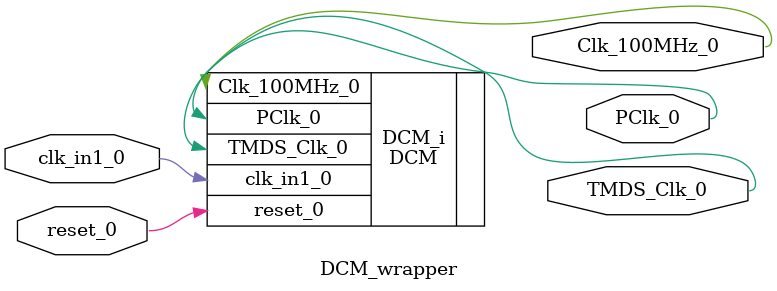
<source format=v>
`timescale 1 ps / 1 ps

module DCM_wrapper
   (Clk_100MHz_0,
    PClk_0,
    TMDS_Clk_0,
    clk_in1_0,
    reset_0);
  output Clk_100MHz_0;
  output PClk_0;
  output TMDS_Clk_0;
  input clk_in1_0;
  input reset_0;

  wire Clk_100MHz_0;
  wire PClk_0;
  wire TMDS_Clk_0;
  wire clk_in1_0;
  wire reset_0;

  DCM DCM_i
       (.Clk_100MHz_0(Clk_100MHz_0),
        .PClk_0(PClk_0),
        .TMDS_Clk_0(TMDS_Clk_0),
        .clk_in1_0(clk_in1_0),
        .reset_0(reset_0));
endmodule

</source>
